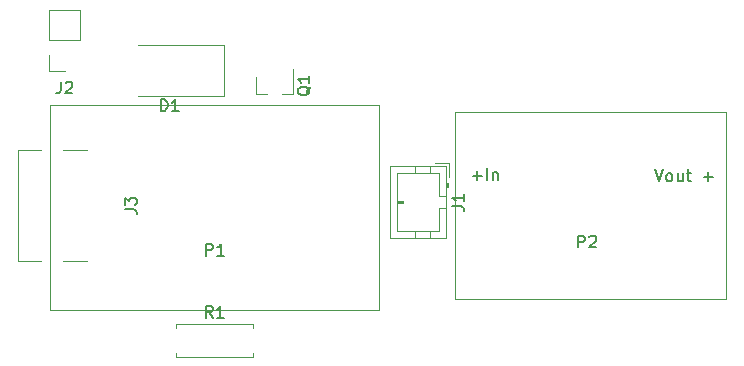
<source format=gbr>
G04 #@! TF.GenerationSoftware,KiCad,Pcbnew,5.1.5+dfsg1-2build2*
G04 #@! TF.CreationDate,2022-04-23T15:18:04+02:00*
G04 #@! TF.ProjectId,vogelhuisje_kicad,766f6765-6c68-4756-9973-6a655f6b6963,rev?*
G04 #@! TF.SameCoordinates,Original*
G04 #@! TF.FileFunction,Legend,Top*
G04 #@! TF.FilePolarity,Positive*
%FSLAX46Y46*%
G04 Gerber Fmt 4.6, Leading zero omitted, Abs format (unit mm)*
G04 Created by KiCad (PCBNEW 5.1.5+dfsg1-2build2) date 2022-04-23 15:18:04*
%MOMM*%
%LPD*%
G04 APERTURE LIST*
%ADD10C,0.120000*%
%ADD11C,0.150000*%
G04 APERTURE END LIST*
D10*
X72300000Y-89280000D02*
X72300000Y-98680000D01*
X78100000Y-98680000D02*
X76100000Y-98680000D01*
X74200000Y-98680000D02*
X72300000Y-98680000D01*
X78100000Y-89280000D02*
X76100000Y-89280000D01*
X74200000Y-89280000D02*
X72300000Y-89280000D01*
X76200000Y-82610000D02*
X74870000Y-82610000D01*
X74870000Y-82610000D02*
X74870000Y-81280000D01*
X74870000Y-80010000D02*
X74870000Y-77410000D01*
X77530000Y-77410000D02*
X74870000Y-77410000D01*
X77530000Y-80010000D02*
X77530000Y-77410000D01*
X77530000Y-80010000D02*
X74870000Y-80010000D01*
X92400000Y-84580000D02*
X92400000Y-83120000D01*
X95560000Y-84580000D02*
X95560000Y-82420000D01*
X95560000Y-84580000D02*
X94630000Y-84580000D01*
X92400000Y-84580000D02*
X93330000Y-84580000D01*
X108790000Y-90350000D02*
X107540000Y-90350000D01*
X108790000Y-91600000D02*
X108790000Y-90350000D01*
X104380000Y-93710000D02*
X104880000Y-93710000D01*
X104880000Y-93810000D02*
X104380000Y-93810000D01*
X104880000Y-93610000D02*
X104880000Y-93810000D01*
X104380000Y-93610000D02*
X104880000Y-93610000D01*
X105880000Y-96770000D02*
X105880000Y-96160000D01*
X107180000Y-96770000D02*
X107180000Y-96160000D01*
X105880000Y-90650000D02*
X105880000Y-91260000D01*
X107180000Y-90650000D02*
X107180000Y-91260000D01*
X107880000Y-94210000D02*
X108490000Y-94210000D01*
X107880000Y-96160000D02*
X107880000Y-94210000D01*
X104380000Y-96160000D02*
X107880000Y-96160000D01*
X104380000Y-91260000D02*
X104380000Y-96160000D01*
X107880000Y-91260000D02*
X104380000Y-91260000D01*
X107880000Y-93210000D02*
X107880000Y-91260000D01*
X108490000Y-93210000D02*
X107880000Y-93210000D01*
X108590000Y-92410000D02*
X108590000Y-92110000D01*
X108690000Y-92110000D02*
X108490000Y-92110000D01*
X108690000Y-92410000D02*
X108690000Y-92110000D01*
X108490000Y-92410000D02*
X108690000Y-92410000D01*
X108490000Y-96770000D02*
X108490000Y-90650000D01*
X103770000Y-96770000D02*
X108490000Y-96770000D01*
X103770000Y-90650000D02*
X103770000Y-96770000D01*
X108490000Y-90650000D02*
X103770000Y-90650000D01*
X92170000Y-106780000D02*
X92170000Y-106450000D01*
X85630000Y-106780000D02*
X92170000Y-106780000D01*
X85630000Y-106450000D02*
X85630000Y-106780000D01*
X92170000Y-104040000D02*
X92170000Y-104370000D01*
X85630000Y-104040000D02*
X92170000Y-104040000D01*
X85630000Y-104370000D02*
X85630000Y-104040000D01*
X132220000Y-101885000D02*
X109220000Y-101885000D01*
X132220000Y-86085000D02*
X132220000Y-101885000D01*
X109220000Y-86085000D02*
X132220000Y-86085000D01*
X109220000Y-101885000D02*
X109220000Y-86085000D01*
X102830000Y-85470000D02*
X74930000Y-85470000D01*
X102830000Y-102870000D02*
X102830000Y-85470000D01*
X74930000Y-102870000D02*
X102830000Y-102870000D01*
X74930000Y-85470000D02*
X74930000Y-102870000D01*
X89690000Y-84700000D02*
X82390000Y-84700000D01*
X89690000Y-80400000D02*
X82390000Y-80400000D01*
X89690000Y-84700000D02*
X89690000Y-80400000D01*
D11*
X81297380Y-94313333D02*
X82011666Y-94313333D01*
X82154523Y-94360952D01*
X82249761Y-94456190D01*
X82297380Y-94599047D01*
X82297380Y-94694285D01*
X81297380Y-93932380D02*
X81297380Y-93313333D01*
X81678333Y-93646666D01*
X81678333Y-93503809D01*
X81725952Y-93408571D01*
X81773571Y-93360952D01*
X81868809Y-93313333D01*
X82106904Y-93313333D01*
X82202142Y-93360952D01*
X82249761Y-93408571D01*
X82297380Y-93503809D01*
X82297380Y-93789523D01*
X82249761Y-93884761D01*
X82202142Y-93932380D01*
X75866666Y-83502380D02*
X75866666Y-84216666D01*
X75819047Y-84359523D01*
X75723809Y-84454761D01*
X75580952Y-84502380D01*
X75485714Y-84502380D01*
X76295238Y-83597619D02*
X76342857Y-83550000D01*
X76438095Y-83502380D01*
X76676190Y-83502380D01*
X76771428Y-83550000D01*
X76819047Y-83597619D01*
X76866666Y-83692857D01*
X76866666Y-83788095D01*
X76819047Y-83930952D01*
X76247619Y-84502380D01*
X76866666Y-84502380D01*
X97027619Y-83915238D02*
X96980000Y-84010476D01*
X96884761Y-84105714D01*
X96741904Y-84248571D01*
X96694285Y-84343809D01*
X96694285Y-84439047D01*
X96932380Y-84391428D02*
X96884761Y-84486666D01*
X96789523Y-84581904D01*
X96599047Y-84629523D01*
X96265714Y-84629523D01*
X96075238Y-84581904D01*
X95980000Y-84486666D01*
X95932380Y-84391428D01*
X95932380Y-84200952D01*
X95980000Y-84105714D01*
X96075238Y-84010476D01*
X96265714Y-83962857D01*
X96599047Y-83962857D01*
X96789523Y-84010476D01*
X96884761Y-84105714D01*
X96932380Y-84200952D01*
X96932380Y-84391428D01*
X96932380Y-83010476D02*
X96932380Y-83581904D01*
X96932380Y-83296190D02*
X95932380Y-83296190D01*
X96075238Y-83391428D01*
X96170476Y-83486666D01*
X96218095Y-83581904D01*
X109032380Y-94043333D02*
X109746666Y-94043333D01*
X109889523Y-94090952D01*
X109984761Y-94186190D01*
X110032380Y-94329047D01*
X110032380Y-94424285D01*
X110032380Y-93043333D02*
X110032380Y-93614761D01*
X110032380Y-93329047D02*
X109032380Y-93329047D01*
X109175238Y-93424285D01*
X109270476Y-93519523D01*
X109318095Y-93614761D01*
X88733333Y-103492380D02*
X88400000Y-103016190D01*
X88161904Y-103492380D02*
X88161904Y-102492380D01*
X88542857Y-102492380D01*
X88638095Y-102540000D01*
X88685714Y-102587619D01*
X88733333Y-102682857D01*
X88733333Y-102825714D01*
X88685714Y-102920952D01*
X88638095Y-102968571D01*
X88542857Y-103016190D01*
X88161904Y-103016190D01*
X89685714Y-103492380D02*
X89114285Y-103492380D01*
X89400000Y-103492380D02*
X89400000Y-102492380D01*
X89304761Y-102635238D01*
X89209523Y-102730476D01*
X89114285Y-102778095D01*
X119681904Y-97537380D02*
X119681904Y-96537380D01*
X120062857Y-96537380D01*
X120158095Y-96585000D01*
X120205714Y-96632619D01*
X120253333Y-96727857D01*
X120253333Y-96870714D01*
X120205714Y-96965952D01*
X120158095Y-97013571D01*
X120062857Y-97061190D01*
X119681904Y-97061190D01*
X120634285Y-96632619D02*
X120681904Y-96585000D01*
X120777142Y-96537380D01*
X121015238Y-96537380D01*
X121110476Y-96585000D01*
X121158095Y-96632619D01*
X121205714Y-96727857D01*
X121205714Y-96823095D01*
X121158095Y-96965952D01*
X120586666Y-97537380D01*
X121205714Y-97537380D01*
X126196190Y-90937380D02*
X126529523Y-91937380D01*
X126862857Y-90937380D01*
X127339047Y-91937380D02*
X127243809Y-91889761D01*
X127196190Y-91842142D01*
X127148571Y-91746904D01*
X127148571Y-91461190D01*
X127196190Y-91365952D01*
X127243809Y-91318333D01*
X127339047Y-91270714D01*
X127481904Y-91270714D01*
X127577142Y-91318333D01*
X127624761Y-91365952D01*
X127672380Y-91461190D01*
X127672380Y-91746904D01*
X127624761Y-91842142D01*
X127577142Y-91889761D01*
X127481904Y-91937380D01*
X127339047Y-91937380D01*
X128529523Y-91270714D02*
X128529523Y-91937380D01*
X128100952Y-91270714D02*
X128100952Y-91794523D01*
X128148571Y-91889761D01*
X128243809Y-91937380D01*
X128386666Y-91937380D01*
X128481904Y-91889761D01*
X128529523Y-91842142D01*
X128862857Y-91270714D02*
X129243809Y-91270714D01*
X129005714Y-90937380D02*
X129005714Y-91794523D01*
X129053333Y-91889761D01*
X129148571Y-91937380D01*
X129243809Y-91937380D01*
X130339047Y-91556428D02*
X131100952Y-91556428D01*
X130720000Y-91937380D02*
X130720000Y-91175476D01*
X110748571Y-91456428D02*
X111510476Y-91456428D01*
X111129523Y-91837380D02*
X111129523Y-91075476D01*
X111986666Y-91837380D02*
X111986666Y-90837380D01*
X112462857Y-91170714D02*
X112462857Y-91837380D01*
X112462857Y-91265952D02*
X112510476Y-91218333D01*
X112605714Y-91170714D01*
X112748571Y-91170714D01*
X112843809Y-91218333D01*
X112891428Y-91313571D01*
X112891428Y-91837380D01*
X88191904Y-98222380D02*
X88191904Y-97222380D01*
X88572857Y-97222380D01*
X88668095Y-97270000D01*
X88715714Y-97317619D01*
X88763333Y-97412857D01*
X88763333Y-97555714D01*
X88715714Y-97650952D01*
X88668095Y-97698571D01*
X88572857Y-97746190D01*
X88191904Y-97746190D01*
X89715714Y-98222380D02*
X89144285Y-98222380D01*
X89430000Y-98222380D02*
X89430000Y-97222380D01*
X89334761Y-97365238D01*
X89239523Y-97460476D01*
X89144285Y-97508095D01*
X84351904Y-86002380D02*
X84351904Y-85002380D01*
X84590000Y-85002380D01*
X84732857Y-85050000D01*
X84828095Y-85145238D01*
X84875714Y-85240476D01*
X84923333Y-85430952D01*
X84923333Y-85573809D01*
X84875714Y-85764285D01*
X84828095Y-85859523D01*
X84732857Y-85954761D01*
X84590000Y-86002380D01*
X84351904Y-86002380D01*
X85875714Y-86002380D02*
X85304285Y-86002380D01*
X85590000Y-86002380D02*
X85590000Y-85002380D01*
X85494761Y-85145238D01*
X85399523Y-85240476D01*
X85304285Y-85288095D01*
M02*

</source>
